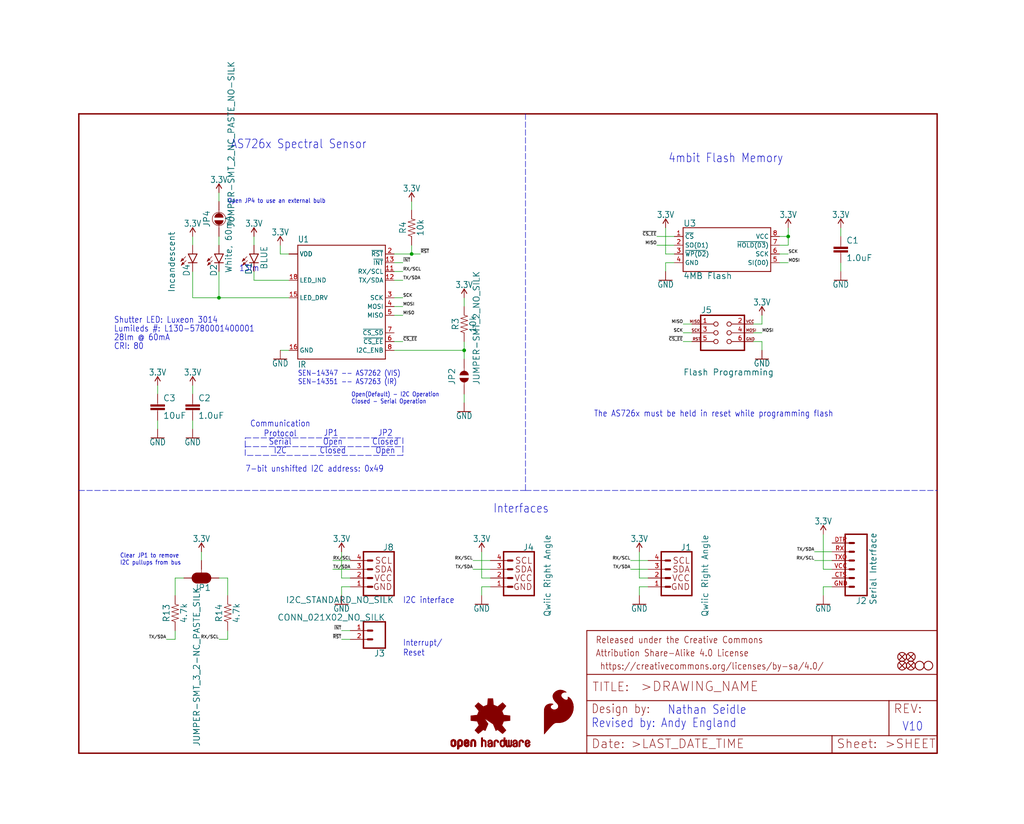
<source format=kicad_sch>
(kicad_sch (version 20211123) (generator eeschema)
  (paper "User" 297.002 239.014)
  (lib_symbols
    (symbol "eagleSchem-eagle-import:1.0UF-0603-16V-10%"
      (property "Reference" "C" (at 1.524 2.921 0))
      (property "Value" "1.0UF-0603-16V-10%" (at 1.524 -2.159 0))
      (symbol "1.0UF-0603-16V-10%_1_0"
        (pin passive line (at 0 5.08 270) (length 2.54) (name "1") (number "1"))
        (pin passive line (at 0 -2.54 90) (length 2.54) (name "2") (number "2"))
      )
    )
    (symbol "eagleSchem-eagle-import:10KOHM-0603-1{slash}10W-1%"
      (property "Reference" "R" (at 0 1.524 0))
      (property "Value" "10KOHM-0603-1{slash}10W-1%" (at 0 -1.524 0))
      (symbol "10KOHM-0603-1{slash}10W-1%_1_0"
        (pin passive line (at -5.08 0 0) (length 2.54) (name "1") (number "1"))
        (pin passive line (at 5.08 0 180) (length 2.54) (name "2") (number "2"))
      )
    )
    (symbol "eagleSchem-eagle-import:10UF-0603-6.3V-20%"
      (property "Reference" "C" (at 1.524 2.921 0))
      (property "Value" "10UF-0603-6.3V-20%" (at 1.524 -2.159 0))
      (symbol "10UF-0603-6.3V-20%_1_0"
        (pin passive line (at 0 5.08 270) (length 2.54) (name "1") (number "1"))
        (pin passive line (at 0 -2.54 90) (length 2.54) (name "2") (number "2"))
      )
    )
    (symbol "eagleSchem-eagle-import:3.3V" (power)
      (property "Value" "3.3V" (at 0 2.794 0))
      (symbol "3.3V_1_0"
        (pin power_in line (at 0 0 90) (length 2.54) (name "3.3V") (number "1"))
      )
    )
    (symbol "eagleSchem-eagle-import:4.7KOHM-0603-1{slash}10W-1%"
      (property "Reference" "R" (at 0 1.524 0))
      (property "Value" "4.7KOHM-0603-1{slash}10W-1%" (at 0 -1.524 0))
      (symbol "4.7KOHM-0603-1{slash}10W-1%_1_0"
        (pin passive line (at -5.08 0 0) (length 2.54) (name "1") (number "1"))
        (pin passive line (at 5.08 0 180) (length 2.54) (name "2") (number "2"))
      )
    )
    (symbol "eagleSchem-eagle-import:6_PIN_SERIAL_CABLEPTH"
      (property "Reference" "J" (at -5.08 10.668 0))
      (property "Value" "6_PIN_SERIAL_CABLEPTH" (at -5.08 -9.906 0))
      (symbol "6_PIN_SERIAL_CABLEPTH_1_0"
        (pin passive line (at 5.08 5.08 180) (length 5.08) (name "5") (number "CTS"))
        (pin passive line (at 5.08 -5.08 180) (length 5.08) (name "1") (number "DTR"))
        (pin passive line (at 5.08 7.62 180) (length 5.08) (name "6") (number "GND"))
        (pin passive line (at 5.08 -2.54 180) (length 5.08) (name "2") (number "RXI"))
        (pin passive line (at 5.08 0 180) (length 5.08) (name "3") (number "TXO"))
        (pin passive line (at 5.08 2.54 180) (length 5.08) (name "4") (number "VCC"))
      )
    )
    (symbol "eagleSchem-eagle-import:AS726XIR"
      (property "Reference" "U" (at -12.7 18.542 0))
      (property "Value" "AS726XIR" (at -12.7 -17.78 0))
      (symbol "AS726XIR_1_0"
        (pin bidirectional line (at 15.24 10.16 180) (length 2.54) (name "RX/SCL") (number "11"))
        (pin bidirectional line (at 15.24 7.62 180) (length 2.54) (name "TX/SDA") (number "12"))
        (pin bidirectional line (at 15.24 12.7 180) (length 2.54) (name "~{INT}") (number "13"))
        (pin bidirectional line (at -15.24 15.24 0) (length 2.54) (name "VDD") (number "14"))
        (pin bidirectional line (at -15.24 2.54 0) (length 2.54) (name "LED_DRV") (number "15"))
        (pin bidirectional line (at -15.24 -12.7 0) (length 2.54) (name "GND") (number "16"))
        (pin bidirectional line (at -15.24 15.24 0) (length 2.54) (name "VDD") (number "17"))
        (pin bidirectional line (at -15.24 7.62 0) (length 2.54) (name "LED_IND") (number "18"))
        (pin bidirectional line (at 15.24 15.24 180) (length 2.54) (name "~{RST}") (number "2"))
        (pin bidirectional line (at 15.24 2.54 180) (length 2.54) (name "SCK") (number "3"))
        (pin bidirectional line (at 15.24 0 180) (length 2.54) (name "MOSI") (number "4"))
        (pin bidirectional line (at 15.24 -2.54 180) (length 2.54) (name "MISO") (number "5"))
        (pin bidirectional line (at 15.24 -10.16 180) (length 2.54) (name "~{CS_EE}") (number "6"))
        (pin bidirectional line (at 15.24 -7.62 180) (length 2.54) (name "~{CS_SD}") (number "7"))
        (pin bidirectional line (at 15.24 -12.7 180) (length 2.54) (name "I2C_ENB") (number "8"))
      )
    )
    (symbol "eagleSchem-eagle-import:AT25SF041"
      (property "Reference" "U" (at -12.7 5.334 0))
      (property "Value" "AT25SF041" (at -12.7 -7.874 0))
      (symbol "AT25SF041_1_0"
        (pin bidirectional line (at -15.24 2.54 0) (length 2.54) (name "~{CS}") (number "1"))
        (pin bidirectional line (at -15.24 0 0) (length 2.54) (name "SO(D1)") (number "2"))
        (pin bidirectional line (at -15.24 -2.54 0) (length 2.54) (name "~{WP(D2})") (number "3"))
        (pin bidirectional line (at -15.24 -5.08 0) (length 2.54) (name "GND") (number "4"))
        (pin bidirectional line (at 15.24 -5.08 180) (length 2.54) (name "SI(D0)") (number "5"))
        (pin bidirectional line (at 15.24 -2.54 180) (length 2.54) (name "SCK") (number "6"))
        (pin bidirectional line (at 15.24 0 180) (length 2.54) (name "~{HOLD(D3})") (number "7"))
        (pin bidirectional line (at 15.24 2.54 180) (length 2.54) (name "VCC") (number "8"))
      )
    )
    (symbol "eagleSchem-eagle-import:AVR_SPI_PROG_3X2TESTPOINTS"
      (property "Reference" "J" (at -5.08 5.588 0))
      (property "Value" "AVR_SPI_PROG_3X2TESTPOINTS" (at -5.08 -7.366 0))
      (symbol "AVR_SPI_PROG_3X2TESTPOINTS_1_0"
        (text "GND" (at 8.001 -2.286 0) (effects (font (size 0.8128 0.8128)) (justify left bottom)))
        (text "MISO" (at -5.207 2.794 0) (effects (font (size 0.8128 0.8128)) (justify right bottom)))
        (text "MOSI" (at 8.001 0.254 0) (effects (font (size 0.8128 0.8128)) (justify left bottom)))
        (text "RST" (at -5.08 -2.286 0) (effects (font (size 0.8128 0.8128)) (justify right bottom)))
        (text "SCK" (at -5.207 0.254 0) (effects (font (size 0.8128 0.8128)) (justify right bottom)))
        (text "VCC" (at 8.001 2.794 0) (effects (font (size 0.8128 0.8128)) (justify left bottom)))
        (pin passive inverted (at -7.62 2.54 0) (length 7.62) (name "1") (number "1"))
        (pin passive inverted (at 10.16 2.54 180) (length 7.62) (name "2") (number "2"))
        (pin passive inverted (at -7.62 0 0) (length 7.62) (name "3") (number "3"))
        (pin passive inverted (at 10.16 0 180) (length 7.62) (name "4") (number "4"))
        (pin passive inverted (at -7.62 -2.54 0) (length 7.62) (name "5") (number "5"))
        (pin passive inverted (at 10.16 -2.54 180) (length 7.62) (name "6") (number "6"))
      )
    )
    (symbol "eagleSchem-eagle-import:CONN_021X02_NO_SILK"
      (property "Reference" "J" (at -2.54 5.588 0))
      (property "Value" "CONN_021X02_NO_SILK" (at -2.54 -4.826 0))
      (symbol "CONN_021X02_NO_SILK_1_0"
        (pin passive line (at 7.62 0 180) (length 5.08) (name "1") (number "1"))
        (pin passive line (at 7.62 2.54 180) (length 5.08) (name "2") (number "2"))
      )
    )
    (symbol "eagleSchem-eagle-import:FIDUCIAL1X2")
    (symbol "eagleSchem-eagle-import:FRAME-LETTER"
      (symbol "FRAME-LETTER_2_0"
        (text " https://creativecommons.org/licenses/by-sa/4.0/" (at 2.54 24.13 0) (effects (font (size 1.9304 1.6408)) (justify left bottom)))
        (text ">DRAWING_NAME" (at 15.494 17.78 0) (effects (font (size 2.7432 2.7432)) (justify left bottom)))
        (text ">LAST_DATE_TIME" (at 12.7 1.27 0) (effects (font (size 2.54 2.54)) (justify left bottom)))
        (text ">SHEET" (at 86.36 1.27 0) (effects (font (size 2.54 2.54)) (justify left bottom)))
        (text "Attribution Share-Alike 4.0 License" (at 2.54 27.94 0) (effects (font (size 1.9304 1.6408)) (justify left bottom)))
        (text "Date:" (at 1.27 1.27 0) (effects (font (size 2.54 2.54)) (justify left bottom)))
        (text "Design by:" (at 1.27 11.43 0) (effects (font (size 2.54 2.159)) (justify left bottom)))
        (text "Released under the Creative Commons" (at 2.54 31.75 0) (effects (font (size 1.9304 1.6408)) (justify left bottom)))
        (text "REV:" (at 88.9 11.43 0) (effects (font (size 2.54 2.54)) (justify left bottom)))
        (text "Sheet:" (at 72.39 1.27 0) (effects (font (size 2.54 2.54)) (justify left bottom)))
        (text "TITLE:" (at 1.524 17.78 0) (effects (font (size 2.54 2.54)) (justify left bottom)))
      )
    )
    (symbol "eagleSchem-eagle-import:GND" (power)
      (property "Value" "GND" (at 0 -0.254 0))
      (symbol "GND_1_0"
        (pin power_in line (at 0 2.54 270) (length 2.54) (name "GND") (number "1"))
      )
    )
    (symbol "eagleSchem-eagle-import:I2C_STANDARDQWIIC"
      (property "Reference" "J" (at -5.08 7.874 0))
      (property "Value" "I2C_STANDARDQWIIC" (at -5.08 -5.334 0))
      (symbol "I2C_STANDARDQWIIC_1_0"
        (text "GND" (at -4.572 -2.54 0) (effects (font (size 1.778 1.778)) (justify left)))
        (text "SCL" (at -4.572 5.08 0) (effects (font (size 1.778 1.778)) (justify left)))
        (text "SDA" (at -4.572 2.54 0) (effects (font (size 1.778 1.778)) (justify left)))
        (text "VCC" (at -4.572 0 0) (effects (font (size 1.778 1.778)) (justify left)))
        (pin power_in line (at 7.62 -2.54 180) (length 5.08) (name "1") (number "1"))
        (pin power_in line (at 7.62 0 180) (length 5.08) (name "2") (number "2"))
        (pin passive line (at 7.62 2.54 180) (length 5.08) (name "3") (number "3"))
        (pin passive line (at 7.62 5.08 180) (length 5.08) (name "4") (number "4"))
      )
    )
    (symbol "eagleSchem-eagle-import:I2C_STANDARD_NO_SILK"
      (property "Reference" "J" (at -5.08 7.874 0))
      (property "Value" "I2C_STANDARD_NO_SILK" (at -5.08 -5.334 0))
      (symbol "I2C_STANDARD_NO_SILK_1_0"
        (text "GND" (at -4.572 -2.54 0) (effects (font (size 1.778 1.778)) (justify left)))
        (text "SCL" (at -4.572 5.08 0) (effects (font (size 1.778 1.778)) (justify left)))
        (text "SDA" (at -4.572 2.54 0) (effects (font (size 1.778 1.778)) (justify left)))
        (text "VCC" (at -4.572 0 0) (effects (font (size 1.778 1.778)) (justify left)))
        (pin power_in line (at 7.62 -2.54 180) (length 5.08) (name "1") (number "1"))
        (pin power_in line (at 7.62 0 180) (length 5.08) (name "2") (number "2"))
        (pin passive line (at 7.62 2.54 180) (length 5.08) (name "3") (number "3"))
        (pin passive line (at 7.62 5.08 180) (length 5.08) (name "4") (number "4"))
      )
    )
    (symbol "eagleSchem-eagle-import:JUMPER-SMT_2_NC_PASTE_NO-SILK"
      (property "Reference" "JP" (at -2.54 2.54 0))
      (property "Value" "JUMPER-SMT_2_NC_PASTE_NO-SILK" (at -2.54 -2.54 0))
      (symbol "JUMPER-SMT_2_NC_PASTE_NO-SILK_1_0"
        (pin passive line (at -5.08 0 0) (length 2.54) (name "1") (number "1"))
        (pin passive line (at 5.08 0 180) (length 2.54) (name "2") (number "2"))
      )
    )
    (symbol "eagleSchem-eagle-import:JUMPER-SMT_2_NO_SILK"
      (property "Reference" "JP" (at -2.54 2.54 0))
      (property "Value" "JUMPER-SMT_2_NO_SILK" (at -2.54 -2.54 0))
      (symbol "JUMPER-SMT_2_NO_SILK_1_0"
        (pin passive line (at -5.08 0 0) (length 2.54) (name "1") (number "1"))
        (pin passive line (at 5.08 0 180) (length 2.54) (name "2") (number "2"))
      )
    )
    (symbol "eagleSchem-eagle-import:JUMPER-SMT_3_2-NC_PASTE_SILK"
      (property "Reference" "JP" (at 2.54 0.381 0))
      (property "Value" "JUMPER-SMT_3_2-NC_PASTE_SILK" (at 2.54 -0.381 0))
      (symbol "JUMPER-SMT_3_2-NC_PASTE_SILK_1_0"
        (pin passive line (at 0 5.08 270) (length 2.54) (name "1") (number "1"))
        (pin passive line (at -5.08 0 0) (length 2.54) (name "2") (number "2"))
        (pin passive line (at 0 -5.08 90) (length 2.54) (name "3") (number "3"))
      )
    )
    (symbol "eagleSchem-eagle-import:LED-BLUE0603"
      (property "Reference" "D" (at -3.429 -4.572 90))
      (property "Value" "LED-BLUE0603" (at 1.905 -4.572 90))
      (symbol "LED-BLUE0603_1_0"
        (pin passive line (at 0 2.54 270) (length 2.54) (name "A") (number "A"))
        (pin passive line (at 0 -5.08 90) (length 2.54) (name "C") (number "C"))
      )
    )
    (symbol "eagleSchem-eagle-import:LED-WHITE3014"
      (property "Reference" "D" (at -3.429 -4.572 90))
      (property "Value" "LED-WHITE3014" (at 1.905 -4.572 90))
      (symbol "LED-WHITE3014_1_0"
        (pin passive line (at 0 2.54 270) (length 2.54) (name "A") (number "A"))
        (pin passive line (at 0 -5.08 90) (length 2.54) (name "C") (number "C"))
      )
    )
    (symbol "eagleSchem-eagle-import:LEDNS"
      (property "Reference" "D" (at -3.429 -4.572 90))
      (property "Value" "LEDNS" (at 1.905 -4.572 90))
      (symbol "LEDNS_1_0"
        (pin passive line (at 0 2.54 270) (length 2.54) (name "A") (number "A"))
        (pin passive line (at 0 -5.08 90) (length 2.54) (name "C") (number "K"))
      )
    )
    (symbol "eagleSchem-eagle-import:OSHW-LOGOS")
    (symbol "eagleSchem-eagle-import:SFE_LOGO_FLAME.2_INCH")
    (symbol "eagleSchem-eagle-import:STAND-OFF")
  )
  (junction (at 63.5 86.36))
  (junction (at 134.62 101.6))
  (junction (at 119.38 73.66))
  (junction (at 228.6 68.58))
  (wire (pts (xy 195.58 73.66) (xy 193.04 73.66)))
  (wire (pts (xy 238.76 170.18) (xy 238.76 172.72)))
  (polyline (pts (xy 71.12 127) (xy 116.84 127)))
  (wire (pts (xy 134.62 101.6) (xy 134.62 104.14)))
  (wire (pts (xy 63.5 55.88) (xy 63.5 58.42)))
  (wire (pts (xy 101.6 167.64) (xy 99.06 167.64)))
  (polyline (pts (xy 116.84 129.54) (xy 116.84 132.08)))
  (wire (pts (xy 195.58 76.2) (xy 193.04 76.2)))
  (wire (pts (xy 55.88 86.36) (xy 63.5 86.36)))
  (wire (pts (xy 83.82 101.6) (xy 81.28 101.6)))
  (wire (pts (xy 226.06 71.12) (xy 228.6 71.12)))
  (wire (pts (xy 83.82 81.28) (xy 73.66 81.28)))
  (wire (pts (xy 243.84 66.04) (xy 243.84 68.58)))
  (wire (pts (xy 241.3 170.18) (xy 238.76 170.18)))
  (wire (pts (xy 241.3 165.1) (xy 238.76 165.1)))
  (wire (pts (xy 119.38 73.66) (xy 121.92 73.66)))
  (wire (pts (xy 50.8 167.64) (xy 53.34 167.64)))
  (wire (pts (xy 66.04 172.72) (xy 66.04 167.64)))
  (wire (pts (xy 134.62 116.84) (xy 134.62 114.3)))
  (wire (pts (xy 134.62 99.06) (xy 134.62 101.6)))
  (wire (pts (xy 187.96 170.18) (xy 185.42 170.18)))
  (wire (pts (xy 99.06 167.64) (xy 99.06 160.02)))
  (wire (pts (xy 226.06 76.2) (xy 228.6 76.2)))
  (wire (pts (xy 187.96 167.64) (xy 185.42 167.64)))
  (wire (pts (xy 139.7 170.18) (xy 139.7 172.72)))
  (wire (pts (xy 63.5 68.58) (xy 63.5 71.12)))
  (wire (pts (xy 241.3 160.02) (xy 236.22 160.02)))
  (wire (pts (xy 73.66 81.28) (xy 73.66 78.74)))
  (wire (pts (xy 101.6 165.1) (xy 96.52 165.1)))
  (polyline (pts (xy 71.12 129.54) (xy 116.84 129.54)))
  (wire (pts (xy 142.24 162.56) (xy 137.16 162.56)))
  (wire (pts (xy 83.82 86.36) (xy 63.5 86.36)))
  (wire (pts (xy 55.88 124.46) (xy 55.88 121.92)))
  (wire (pts (xy 55.88 78.74) (xy 55.88 86.36)))
  (wire (pts (xy 139.7 167.64) (xy 139.7 160.02)))
  (wire (pts (xy 228.6 68.58) (xy 228.6 66.04)))
  (wire (pts (xy 185.42 170.18) (xy 185.42 172.72)))
  (wire (pts (xy 187.96 165.1) (xy 182.88 165.1)))
  (wire (pts (xy 241.3 162.56) (xy 236.22 162.56)))
  (wire (pts (xy 218.44 96.52) (xy 220.98 96.52)))
  (wire (pts (xy 114.3 88.9) (xy 116.84 88.9)))
  (wire (pts (xy 218.44 99.06) (xy 220.98 99.06)))
  (wire (pts (xy 101.6 162.56) (xy 96.52 162.56)))
  (wire (pts (xy 114.3 91.44) (xy 116.84 91.44)))
  (wire (pts (xy 63.5 86.36) (xy 63.5 78.74)))
  (wire (pts (xy 55.88 68.58) (xy 55.88 71.12)))
  (wire (pts (xy 48.26 185.42) (xy 50.8 185.42)))
  (wire (pts (xy 134.62 86.36) (xy 134.62 88.9)))
  (wire (pts (xy 114.3 76.2) (xy 116.84 76.2)))
  (wire (pts (xy 83.82 73.66) (xy 81.28 73.66)))
  (wire (pts (xy 45.72 111.76) (xy 45.72 114.3)))
  (wire (pts (xy 142.24 165.1) (xy 137.16 165.1)))
  (wire (pts (xy 220.98 93.98) (xy 220.98 91.44)))
  (wire (pts (xy 226.06 68.58) (xy 228.6 68.58)))
  (wire (pts (xy 73.66 71.12) (xy 73.66 68.58)))
  (wire (pts (xy 142.24 167.64) (xy 139.7 167.64)))
  (wire (pts (xy 119.38 58.42) (xy 119.38 60.96)))
  (wire (pts (xy 114.3 101.6) (xy 134.62 101.6)))
  (wire (pts (xy 142.24 170.18) (xy 139.7 170.18)))
  (wire (pts (xy 101.6 170.18) (xy 99.06 170.18)))
  (wire (pts (xy 187.96 162.56) (xy 182.88 162.56)))
  (wire (pts (xy 66.04 167.64) (xy 63.5 167.64)))
  (wire (pts (xy 101.6 185.42) (xy 99.06 185.42)))
  (wire (pts (xy 243.84 78.74) (xy 243.84 76.2)))
  (polyline (pts (xy 71.12 129.54) (xy 71.12 127)))
  (wire (pts (xy 50.8 182.88) (xy 50.8 185.42)))
  (polyline (pts (xy 152.4 142.24) (xy 271.78 142.24)))
  (wire (pts (xy 220.98 99.06) (xy 220.98 101.6)))
  (wire (pts (xy 185.42 167.64) (xy 185.42 160.02)))
  (wire (pts (xy 50.8 172.72) (xy 50.8 167.64)))
  (wire (pts (xy 58.42 160.02) (xy 58.42 162.56)))
  (wire (pts (xy 193.04 76.2) (xy 193.04 78.74)))
  (wire (pts (xy 119.38 73.66) (xy 119.38 71.12)))
  (polyline (pts (xy 22.86 142.24) (xy 152.4 142.24)))
  (wire (pts (xy 114.3 73.66) (xy 119.38 73.66)))
  (wire (pts (xy 114.3 86.36) (xy 116.84 86.36)))
  (wire (pts (xy 114.3 81.28) (xy 116.84 81.28)))
  (wire (pts (xy 81.28 73.66) (xy 81.28 71.12)))
  (wire (pts (xy 193.04 73.66) (xy 193.04 66.04)))
  (wire (pts (xy 226.06 73.66) (xy 228.6 73.66)))
  (wire (pts (xy 114.3 78.74) (xy 116.84 78.74)))
  (wire (pts (xy 200.66 99.06) (xy 198.12 99.06)))
  (wire (pts (xy 200.66 96.52) (xy 198.12 96.52)))
  (wire (pts (xy 114.3 99.06) (xy 116.84 99.06)))
  (wire (pts (xy 66.04 182.88) (xy 66.04 185.42)))
  (polyline (pts (xy 71.12 132.08) (xy 71.12 129.54)))
  (wire (pts (xy 55.88 111.76) (xy 55.88 114.3)))
  (wire (pts (xy 195.58 71.12) (xy 190.5 71.12)))
  (wire (pts (xy 101.6 182.88) (xy 99.06 182.88)))
  (wire (pts (xy 99.06 170.18) (xy 99.06 172.72)))
  (wire (pts (xy 45.72 124.46) (xy 45.72 121.92)))
  (wire (pts (xy 228.6 71.12) (xy 228.6 68.58)))
  (wire (pts (xy 66.04 185.42) (xy 63.5 185.42)))
  (wire (pts (xy 238.76 165.1) (xy 238.76 154.94)))
  (wire (pts (xy 218.44 93.98) (xy 220.98 93.98)))
  (wire (pts (xy 200.66 93.98) (xy 198.12 93.98)))
  (polyline (pts (xy 116.84 127) (xy 116.84 129.54)))
  (wire (pts (xy 195.58 68.58) (xy 190.5 68.58)))
  (polyline (pts (xy 152.4 33.02) (xy 152.4 142.24)))
  (polyline (pts (xy 116.84 132.08) (xy 71.12 132.08)))
  (text "7-bit unshifted I2C address: 0x49" (at 71.12 137.16 180) (effects (font (size 1.778 1.5113)) (justify left bottom)))
  (text "SEN-14347 -- AS7262 (VIS)\nSEN-14351 -- AS7263 (IR)" (at 86.36 111.76 0) (effects (font (size 1.524 1.2954)) (justify left bottom)))
  (text "AS726x Spectral Sensor" (at 66.802 43.434 180) (effects (font (size 2.54 2.159)) (justify left bottom)))
  (text "Clear JP1 to remove\nI2C pullups from bus" (at 34.798 162.306 180) (effects (font (size 1.27 1.0795)) (justify left)))
  (text "Nathan Seidle" (at 193.548 205.994 180) (effects (font (size 2.54 2.159)) (justify left)))
  (text "Shutter LED: Luxeon 3014" (at 33.02 93.98 180) (effects (font (size 1.778 1.5113)) (justify left bottom)))
  (text "Lumileds #: L130-5780001400001" (at 33.02 96.52 180) (effects (font (size 1.778 1.5113)) (justify left bottom)))
  (text "Open" (at 111.76 130.81 180) (effects (font (size 1.778 1.5113))))
  (text "Interfaces" (at 143.002 149.098 180) (effects (font (size 2.54 2.159)) (justify left bottom)))
  (text "Serial" (at 81.28 128.27 180) (effects (font (size 1.778 1.5113))))
  (text "13lm" (at 69.342 78.994 180) (effects (font (size 1.778 1.5113)) (justify left bottom)))
  (text "I2C interface" (at 116.84 175.26 180) (effects (font (size 1.778 1.5113)) (justify left bottom)))
  (text "JP2" (at 111.76 125.73 180) (effects (font (size 1.778 1.5113))))
  (text "Closed" (at 96.52 130.81 180) (effects (font (size 1.778 1.5113))))
  (text "Closed" (at 111.76 128.27 180) (effects (font (size 1.778 1.5113))))
  (text "CRI: 80" (at 33.02 101.6 180) (effects (font (size 1.778 1.5113)) (justify left bottom)))
  (text "4mbit Flash Memory" (at 193.802 47.498 180) (effects (font (size 2.54 2.159)) (justify left bottom)))
  (text "28lm @ 60mA" (at 33.02 99.06 180) (effects (font (size 1.778 1.5113)) (justify left bottom)))
  (text "JP1" (at 96.012 125.73 180) (effects (font (size 1.778 1.5113))))
  (text "V10" (at 261.62 210.82 180) (effects (font (size 2.54 2.159)) (justify left)))
  (text "Open(Default) - I2C Operation\nClosed - Serial Operation" (at 101.854 115.57 0) (effects (font (size 1.27 1.0795)) (justify left)))
  (text "Open" (at 96.52 128.27 180) (effects (font (size 1.778 1.5113))))
  (text "Open JP4 to use an external bulb" (at 66.04 58.42 180) (effects (font (size 1.27 1.0795)) (justify left)))
  (text "I2C" (at 81.28 130.81 180) (effects (font (size 1.778 1.5113))))
  (text "Communication\nProtocol" (at 81.28 124.46 180) (effects (font (size 1.778 1.5113))))
  (text "The AS726x must be held in reset while programming flash" (at 172.212 121.158 0) (effects (font (size 1.778 1.5113)) (justify left bottom)))
  (text "Interrupt/\nReset" (at 116.84 190.5 180) (effects (font (size 1.778 1.5113)) (justify left bottom)))
  (text "Revised by: Andy England" (at 171.45 211.328 180) (effects (font (size 2.54 2.159)) (justify left bottom)))
  (label "MISO" (at 198.12 93.98 180) (effects (font (size 0.889 0.889))))
  (label "MISO" (at 116.84 91.44 0) (effects (font (size 0.889 0.889))))
  (label "~{CS_EE}" (at 190.5 68.58 180) (effects (font (size 0.889 0.889))))
  (label "RX/SCL" (at 182.88 162.56 180) (effects (font (size 0.889 0.889))))
  (label "TX/SDA" (at 236.22 160.02 180) (effects (font (size 0.889 0.889))))
  (label "MOSI" (at 116.84 88.9 0) (effects (font (size 0.889 0.889))))
  (label "~{RST}" (at 121.92 73.66 0) (effects (font (size 0.889 0.889))))
  (label "SCK" (at 116.84 86.36 0) (effects (font (size 0.889 0.889))))
  (label "TX/SDA" (at 182.88 165.1 180) (effects (font (size 0.889 0.889))))
  (label "MOSI" (at 228.6 76.2 0) (effects (font (size 0.889 0.889))))
  (label "RX/SCL" (at 63.5 185.42 180) (effects (font (size 0.889 0.889))))
  (label "~{RST}" (at 99.06 185.42 180) (effects (font (size 0.889 0.889))))
  (label "RX/SCL" (at 116.84 78.74 0) (effects (font (size 0.889 0.889))))
  (label "TX/SDA" (at 116.84 81.28 0) (effects (font (size 0.889 0.889))))
  (label "SCK" (at 228.6 73.66 0) (effects (font (size 0.889 0.889))))
  (label "MISO" (at 190.5 71.12 180) (effects (font (size 0.889 0.889))))
  (label "RX/SCL" (at 137.16 162.56 180) (effects (font (size 0.889 0.889))))
  (label "RX/SCL" (at 236.22 162.56 180) (effects (font (size 0.889 0.889))))
  (label "MOSI" (at 220.98 96.52 0) (effects (font (size 0.889 0.889))))
  (label "~{INT}" (at 99.06 182.88 180) (effects (font (size 0.889 0.889))))
  (label "~{INT}" (at 116.84 76.2 0) (effects (font (size 0.889 0.889))))
  (label "RX/SCL" (at 96.52 162.56 0) (effects (font (size 0.889 0.889))))
  (label "~{CS_EE}" (at 198.12 99.06 180) (effects (font (size 0.889 0.889))))
  (label "TX/SDA" (at 48.26 185.42 180) (effects (font (size 0.889 0.889))))
  (label "TX/SDA" (at 96.52 165.1 0) (effects (font (size 0.889 0.889))))
  (label "TX/SDA" (at 137.16 165.1 180) (effects (font (size 0.889 0.889))))
  (label "~{CS_EE}" (at 116.84 99.06 0) (effects (font (size 0.889 0.889))))
  (label "SCK" (at 198.12 96.52 180) (effects (font (size 0.889 0.889))))
  (symbol (lib_id "eagleSchem-eagle-import:3.3V") (at 119.38 58.42 0) (unit 1)
    (property "Reference" "#SUPPLY4" (effects hide))
    (property "Value" "3.3V" (at 119.38 55.626 0) (effects (font (size 1.778 1.5113)) (justify bottom)))
    (property "Footprint" "eagleSchem:" (effects hide))
  )
  (symbol (lib_id "eagleSchem-eagle-import:LED-WHITE3014") (at 63.5 73.66 0) (unit 1)
    (property "Reference" "D2" (at 62.992 80.264 90) (effects (font (size 1.778 1.778)) (justify left bottom)))
    (property "Value" "White, 60mA" (at 65.278 79.248 90) (effects (font (size 1.778 1.778)) (justify left top)))
    (property "Footprint" "eagleSchem:SUPER_BRIGHT_SMD_LED_3014" (effects hide))
  )
  (symbol (lib_id "eagleSchem-eagle-import:FIDUCIAL1X2") (at 261.62 190.5 0) (unit 1)
    (property "Reference" "FD2" (effects hide))
    (property "Value" "FIDUCIAL1X2" (effects hide))
    (property "Footprint" "eagleSchem:FIDUCIAL-1X2" (effects hide))
  )
  (symbol (lib_id "eagleSchem-eagle-import:AS726XIR") (at 99.06 88.9 0) (unit 1)
    (property "Reference" "U1" (at 86.36 70.358 0) (effects (font (size 1.778 1.5113)) (justify left bottom)))
    (property "Value" "IR" (at 86.36 106.68 0) (effects (font (size 1.778 1.5113)) (justify left bottom)))
    (property "Footprint" "eagleSchem:LGA20" (effects hide))
  )
  (symbol (lib_id "eagleSchem-eagle-import:3.3V") (at 228.6 66.04 0) (unit 1)
    (property "Reference" "#SUPPLY6" (effects hide))
    (property "Value" "3.3V" (at 228.6 63.246 0) (effects (font (size 1.778 1.5113)) (justify bottom)))
    (property "Footprint" "eagleSchem:" (effects hide))
  )
  (symbol (lib_id "eagleSchem-eagle-import:10UF-0603-6.3V-20%") (at 45.72 119.38 0) (unit 1)
    (property "Reference" "C3" (at 47.244 116.459 0) (effects (font (size 1.778 1.778)) (justify left bottom)))
    (property "Value" "10uF" (at 47.244 121.539 0) (effects (font (size 1.778 1.778)) (justify left bottom)))
    (property "Footprint" "eagleSchem:0603" (effects hide))
  )
  (symbol (lib_id "eagleSchem-eagle-import:GND") (at 185.42 175.26 0) (mirror y) (unit 1)
    (property "Reference" "#GND1" (effects hide))
    (property "Value" "GND" (at 185.42 175.514 0) (effects (font (size 1.778 1.5113)) (justify top)))
    (property "Footprint" "eagleSchem:" (effects hide))
  )
  (symbol (lib_id "eagleSchem-eagle-import:I2C_STANDARDQWIIC") (at 149.86 167.64 0) (mirror y) (unit 1)
    (property "Reference" "J4" (at 154.94 159.766 0) (effects (font (size 1.778 1.778)) (justify left bottom)))
    (property "Value" "Qwiic Right Angle" (at 157.734 154.94 90) (effects (font (size 1.778 1.778)) (justify right bottom)))
    (property "Footprint" "eagleSchem:1X04_1MM_RA" (effects hide))
  )
  (symbol (lib_id "eagleSchem-eagle-import:JUMPER-SMT_3_2-NC_PASTE_SILK") (at 58.42 167.64 270) (unit 1)
    (property "Reference" "JP1" (at 56.134 171.45 90) (effects (font (size 1.778 1.778)) (justify left bottom)))
    (property "Value" "JUMPER-SMT_3_2-NC_PASTE_SILK" (at 58.039 170.18 0) (effects (font (size 1.778 1.778)) (justify left top)))
    (property "Footprint" "eagleSchem:SMT-JUMPER_3_2-NC_PASTE_SILK" (effects hide))
  )
  (symbol (lib_id "eagleSchem-eagle-import:3.3V") (at 99.06 160.02 0) (mirror y) (unit 1)
    (property "Reference" "#SUPPLY21" (effects hide))
    (property "Value" "3.3V" (at 99.06 157.226 0) (effects (font (size 1.778 1.5113)) (justify bottom)))
    (property "Footprint" "eagleSchem:" (effects hide))
  )
  (symbol (lib_id "eagleSchem-eagle-import:3.3V") (at 73.66 68.58 0) (unit 1)
    (property "Reference" "#SUPPLY8" (effects hide))
    (property "Value" "3.3V" (at 73.66 65.786 0) (effects (font (size 1.778 1.5113)) (justify bottom)))
    (property "Footprint" "eagleSchem:" (effects hide))
  )
  (symbol (lib_id "eagleSchem-eagle-import:STAND-OFF") (at 269.24 193.04 0) (unit 1)
    (property "Reference" "H4" (effects hide))
    (property "Value" "STAND-OFF" (effects hide))
    (property "Footprint" "eagleSchem:STAND-OFF" (effects hide))
  )
  (symbol (lib_id "eagleSchem-eagle-import:FIDUCIAL1X2") (at 264.16 190.5 0) (unit 1)
    (property "Reference" "FD3" (effects hide))
    (property "Value" "FIDUCIAL1X2" (effects hide))
    (property "Footprint" "eagleSchem:FIDUCIAL-1X2" (effects hide))
  )
  (symbol (lib_id "eagleSchem-eagle-import:3.3V") (at 81.28 71.12 0) (unit 1)
    (property "Reference" "#SUPPLY1" (effects hide))
    (property "Value" "3.3V" (at 81.28 68.326 0) (effects (font (size 1.778 1.5113)) (justify bottom)))
    (property "Footprint" "eagleSchem:" (effects hide))
  )
  (symbol (lib_id "eagleSchem-eagle-import:GND") (at 220.98 104.14 0) (unit 1)
    (property "Reference" "#GND10" (effects hide))
    (property "Value" "GND" (at 220.98 104.394 0) (effects (font (size 1.778 1.5113)) (justify top)))
    (property "Footprint" "eagleSchem:" (effects hide))
  )
  (symbol (lib_id "eagleSchem-eagle-import:10KOHM-0603-1{slash}10W-1%") (at 119.38 66.04 90) (unit 1)
    (property "Reference" "R4" (at 117.856 66.04 0) (effects (font (size 1.778 1.778)) (justify bottom)))
    (property "Value" "10k" (at 120.904 66.04 0) (effects (font (size 1.778 1.778)) (justify top)))
    (property "Footprint" "eagleSchem:0603" (effects hide))
  )
  (symbol (lib_id "eagleSchem-eagle-import:4.7KOHM-0603-1{slash}10W-1%") (at 50.8 177.8 90) (unit 1)
    (property "Reference" "R13" (at 49.276 177.8 0) (effects (font (size 1.778 1.778)) (justify bottom)))
    (property "Value" "4.7k" (at 52.324 177.8 0) (effects (font (size 1.778 1.778)) (justify top)))
    (property "Footprint" "eagleSchem:0603" (effects hide))
  )
  (symbol (lib_id "eagleSchem-eagle-import:3.3V") (at 58.42 160.02 0) (unit 1)
    (property "Reference" "#SUPPLY18" (effects hide))
    (property "Value" "3.3V" (at 58.42 157.226 0) (effects (font (size 1.778 1.5113)) (justify bottom)))
    (property "Footprint" "eagleSchem:" (effects hide))
  )
  (symbol (lib_id "eagleSchem-eagle-import:3.3V") (at 193.04 66.04 0) (unit 1)
    (property "Reference" "#SUPPLY7" (effects hide))
    (property "Value" "3.3V" (at 193.04 63.246 0) (effects (font (size 1.778 1.5113)) (justify bottom)))
    (property "Footprint" "eagleSchem:" (effects hide))
  )
  (symbol (lib_id "eagleSchem-eagle-import:3.3V") (at 134.62 86.36 0) (unit 1)
    (property "Reference" "#SUPPLY11" (effects hide))
    (property "Value" "3.3V" (at 134.62 83.566 0) (effects (font (size 1.778 1.5113)) (justify bottom)))
    (property "Footprint" "eagleSchem:" (effects hide))
  )
  (symbol (lib_id "eagleSchem-eagle-import:LEDNS") (at 55.88 73.66 0) (unit 1)
    (property "Reference" "D4" (at 55.118 80.264 90) (effects (font (size 1.778 1.778)) (justify left bottom)))
    (property "Value" "Incandescent" (at 48.768 84.836 90) (effects (font (size 1.778 1.778)) (justify left top)))
    (property "Footprint" "eagleSchem:LED_5MM_NOSILK" (effects hide))
  )
  (symbol (lib_id "eagleSchem-eagle-import:GND") (at 55.88 127 0) (unit 1)
    (property "Reference" "#GND6" (effects hide))
    (property "Value" "GND" (at 55.88 127.254 0) (effects (font (size 1.778 1.5113)) (justify top)))
    (property "Footprint" "eagleSchem:" (effects hide))
  )
  (symbol (lib_id "eagleSchem-eagle-import:GND") (at 81.28 104.14 0) (unit 1)
    (property "Reference" "#GND2" (effects hide))
    (property "Value" "GND" (at 81.28 104.394 0) (effects (font (size 1.778 1.5113)) (justify top)))
    (property "Footprint" "eagleSchem:" (effects hide))
  )
  (symbol (lib_id "eagleSchem-eagle-import:GND") (at 238.76 175.26 0) (mirror y) (unit 1)
    (property "Reference" "#GND3" (effects hide))
    (property "Value" "GND" (at 238.76 175.514 0) (effects (font (size 1.778 1.5113)) (justify top)))
    (property "Footprint" "eagleSchem:" (effects hide))
  )
  (symbol (lib_id "eagleSchem-eagle-import:AT25SF041") (at 210.82 71.12 0) (unit 1)
    (property "Reference" "U3" (at 198.12 65.786 0) (effects (font (size 1.778 1.778)) (justify left bottom)))
    (property "Value" "4MB Flash" (at 198.12 78.994 0) (effects (font (size 1.778 1.778)) (justify left top)))
    (property "Footprint" "eagleSchem:SO08" (effects hide))
  )
  (symbol (lib_id "eagleSchem-eagle-import:OSHW-LOGOS") (at 142.24 208.28 0) (unit 1)
    (property "Reference" "LOGO4" (effects hide))
    (property "Value" "OSHW-LOGOS" (effects hide))
    (property "Footprint" "eagleSchem:OSHW-LOGO-S" (effects hide))
  )
  (symbol (lib_id "eagleSchem-eagle-import:GND") (at 193.04 81.28 0) (unit 1)
    (property "Reference" "#GND5" (effects hide))
    (property "Value" "GND" (at 193.04 81.534 0) (effects (font (size 1.778 1.5113)) (justify top)))
    (property "Footprint" "eagleSchem:" (effects hide))
  )
  (symbol (lib_id "eagleSchem-eagle-import:I2C_STANDARDQWIIC") (at 195.58 167.64 0) (mirror y) (unit 1)
    (property "Reference" "J1" (at 200.66 159.766 0) (effects (font (size 1.778 1.778)) (justify left bottom)))
    (property "Value" "Qwiic Right Angle" (at 203.454 154.94 90) (effects (font (size 1.778 1.778)) (justify right bottom)))
    (property "Footprint" "eagleSchem:1X04_1MM_RA" (effects hide))
  )
  (symbol (lib_id "eagleSchem-eagle-import:3.3V") (at 238.76 154.94 0) (mirror y) (unit 1)
    (property "Reference" "#SUPPLY3" (effects hide))
    (property "Value" "3.3V" (at 238.76 152.146 0) (effects (font (size 1.778 1.5113)) (justify bottom)))
    (property "Footprint" "eagleSchem:" (effects hide))
  )
  (symbol (lib_id "eagleSchem-eagle-import:4.7KOHM-0603-1{slash}10W-1%") (at 66.04 177.8 90) (unit 1)
    (property "Reference" "R14" (at 64.516 177.8 0) (effects (font (size 1.778 1.778)) (justify bottom)))
    (property "Value" "4.7k" (at 67.564 177.8 0) (effects (font (size 1.778 1.778)) (justify top)))
    (property "Footprint" "eagleSchem:0603" (effects hide))
  )
  (symbol (lib_id "eagleSchem-eagle-import:SFE_LOGO_FLAME.2_INCH") (at 157.48 213.36 0) (unit 1)
    (property "Reference" "LOGO1" (effects hide))
    (property "Value" "SFE_LOGO_FLAME.2_INCH" (effects hide))
    (property "Footprint" "eagleSchem:SFE_LOGO_FLAME_.2" (effects hide))
  )
  (symbol (lib_id "eagleSchem-eagle-import:AVR_SPI_PROG_3X2TESTPOINTS") (at 208.28 96.52 0) (unit 1)
    (property "Reference" "J5" (at 203.2 90.932 0) (effects (font (size 1.778 1.778)) (justify left bottom)))
    (property "Value" "Flash Programming" (at 198.12 108.966 0) (effects (font (size 1.778 1.778)) (justify left bottom)))
    (property "Footprint" "eagleSchem:2X3_TEST_POINTS" (effects hide))
  )
  (symbol (lib_id "eagleSchem-eagle-import:1.0UF-0603-16V-10%") (at 243.84 73.66 0) (unit 1)
    (property "Reference" "C1" (at 245.364 70.739 0) (effects (font (size 1.778 1.778)) (justify left bottom)))
    (property "Value" "1.0uF" (at 245.364 75.819 0) (effects (font (size 1.778 1.778)) (justify left bottom)))
    (property "Footprint" "eagleSchem:0603" (effects hide))
  )
  (symbol (lib_id "eagleSchem-eagle-import:3.3V") (at 139.7 160.02 0) (mirror y) (unit 1)
    (property "Reference" "#SUPPLY13" (effects hide))
    (property "Value" "3.3V" (at 139.7 157.226 0) (effects (font (size 1.778 1.5113)) (justify bottom)))
    (property "Footprint" "eagleSchem:" (effects hide))
  )
  (symbol (lib_id "eagleSchem-eagle-import:SFE_LOGO_FLAME.2_INCH") (at 157.48 213.36 0) (unit 1)
    (property "Reference" "LOGO2" (effects hide))
    (property "Value" "SFE_LOGO_FLAME.2_INCH" (effects hide))
    (property "Footprint" "eagleSchem:SFE_LOGO_FLAME_.2" (effects hide))
  )
  (symbol (lib_id "eagleSchem-eagle-import:GND") (at 139.7 175.26 0) (mirror y) (unit 1)
    (property "Reference" "#GND8" (effects hide))
    (property "Value" "GND" (at 139.7 175.514 0) (effects (font (size 1.778 1.5113)) (justify top)))
    (property "Footprint" "eagleSchem:" (effects hide))
  )
  (symbol (lib_id "eagleSchem-eagle-import:GND") (at 99.06 175.26 0) (mirror y) (unit 1)
    (property "Reference" "#GND18" (effects hide))
    (property "Value" "GND" (at 99.06 175.514 0) (effects (font (size 1.778 1.5113)) (justify top)))
    (property "Footprint" "eagleSchem:" (effects hide))
  )
  (symbol (lib_id "eagleSchem-eagle-import:10KOHM-0603-1{slash}10W-1%") (at 134.62 93.98 90) (unit 1)
    (property "Reference" "R3" (at 133.096 93.98 0) (effects (font (size 1.778 1.778)) (justify bottom)))
    (property "Value" "10k" (at 136.144 93.98 0) (effects (font (size 1.778 1.778)) (justify top)))
    (property "Footprint" "eagleSchem:0603" (effects hide))
  )
  (symbol (lib_id "eagleSchem-eagle-import:3.3V") (at 220.98 91.44 0) (unit 1)
    (property "Reference" "#SUPPLY14" (effects hide))
    (property "Value" "3.3V" (at 220.98 88.646 0) (effects (font (size 1.778 1.5113)) (justify bottom)))
    (property "Footprint" "eagleSchem:" (effects hide))
  )
  (symbol (lib_id "eagleSchem-eagle-import:3.3V") (at 55.88 68.58 0) (unit 1)
    (property "Reference" "#SUPPLY15" (effects hide))
    (property "Value" "3.3V" (at 55.88 65.786 0) (effects (font (size 1.778 1.5113)) (justify bottom)))
    (property "Footprint" "eagleSchem:" (effects hide))
  )
  (symbol (lib_id "eagleSchem-eagle-import:3.3V") (at 45.72 111.76 0) (unit 1)
    (property "Reference" "#SUPPLY10" (effects hide))
    (property "Value" "3.3V" (at 45.72 108.966 0) (effects (font (size 1.778 1.5113)) (justify bottom)))
    (property "Footprint" "eagleSchem:" (effects hide))
  )
  (symbol (lib_id "eagleSchem-eagle-import:3.3V") (at 55.88 111.76 0) (unit 1)
    (property "Reference" "#SUPPLY9" (effects hide))
    (property "Value" "3.3V" (at 55.88 108.966 0) (effects (font (size 1.778 1.5113)) (justify bottom)))
    (property "Footprint" "eagleSchem:" (effects hide))
  )
  (symbol (lib_id "eagleSchem-eagle-import:GND") (at 45.72 127 0) (unit 1)
    (property "Reference" "#GND7" (effects hide))
    (property "Value" "GND" (at 45.72 127.254 0) (effects (font (size 1.778 1.5113)) (justify top)))
    (property "Footprint" "eagleSchem:" (effects hide))
  )
  (symbol (lib_id "eagleSchem-eagle-import:1.0UF-0603-16V-10%") (at 55.88 119.38 0) (unit 1)
    (property "Reference" "C2" (at 57.404 116.459 0) (effects (font (size 1.778 1.778)) (justify left bottom)))
    (property "Value" "1.0uF" (at 57.404 121.539 0) (effects (font (size 1.778 1.778)) (justify left bottom)))
    (property "Footprint" "eagleSchem:0603" (effects hide))
  )
  (symbol (lib_id "eagleSchem-eagle-import:JUMPER-SMT_2_NC_PASTE_NO-SILK") (at 63.5 63.5 90) (unit 1)
    (property "Reference" "JP4" (at 60.96 66.04 0) (effects (font (size 1.778 1.778)) (justify left bottom)))
    (property "Value" "JUMPER-SMT_2_NC_PASTE_NO-SILK" (at 66.04 66.04 0) (effects (font (size 1.778 1.778)) (justify left top)))
    (property "Footprint" "eagleSchem:SMT-JUMPER_2_NC_PASTE_NO-SILK" (effects hide))
  )
  (symbol (lib_id "eagleSchem-eagle-import:FRAME-LETTER") (at 170.18 218.44 0) (unit 2)
    (property "Reference" "FRAME1" (effects hide))
    (property "Value" "FRAME-LETTER" (effects hide))
    (property "Footprint" "eagleSchem:CREATIVE_COMMONS" (effects hide))
  )
  (symbol (lib_id "eagleSchem-eagle-import:JUMPER-SMT_2_NO_SILK") (at 134.62 109.22 90) (unit 1)
    (property "Reference" "JP2" (at 132.08 111.76 0) (effects (font (size 1.778 1.778)) (justify left bottom)))
    (property "Value" "JUMPER-SMT_2_NO_SILK" (at 137.16 111.76 0) (effects (font (size 1.778 1.778)) (justify left top)))
    (property "Footprint" "eagleSchem:SMT-JUMPER_2_NO_SILK" (effects hide))
  )
  (symbol (lib_id "eagleSchem-eagle-import:3.3V") (at 185.42 160.02 0) (mirror y) (unit 1)
    (property "Reference" "#SUPPLY2" (effects hide))
    (property "Value" "3.3V" (at 185.42 157.226 0) (effects (font (size 1.778 1.5113)) (justify bottom)))
    (property "Footprint" "eagleSchem:" (effects hide))
  )
  (symbol (lib_id "eagleSchem-eagle-import:GND") (at 134.62 119.38 0) (unit 1)
    (property "Reference" "#GND9" (effects hide))
    (property "Value" "GND" (at 134.62 119.634 0) (effects (font (size 1.778 1.5113)) (justify top)))
    (property "Footprint" "eagleSchem:" (effects hide))
  )
  (symbol (lib_id "eagleSchem-eagle-import:I2C_STANDARD_NO_SILK") (at 109.22 167.64 0) (mirror y) (unit 1)
    (property "Reference" "J8" (at 114.3 159.766 0) (effects (font (size 1.778 1.778)) (justify left bottom)))
    (property "Value" "I2C_STANDARD_NO_SILK" (at 114.3 172.974 0) (effects (font (size 1.778 1.778)) (justify left top)))
    (property "Footprint" "eagleSchem:1X04_NO_SILK" (effects hide))
  )
  (symbol (lib_id "eagleSchem-eagle-import:3.3V") (at 243.84 66.04 0) (unit 1)
    (property "Reference" "#SUPPLY5" (effects hide))
    (property "Value" "3.3V" (at 243.84 63.246 0) (effects (font (size 1.778 1.5113)) (justify bottom)))
    (property "Footprint" "eagleSchem:" (effects hide))
  )
  (symbol (lib_id "eagleSchem-eagle-import:GND") (at 243.84 81.28 0) (unit 1)
    (property "Reference" "#GND4" (effects hide))
    (property "Value" "GND" (at 243.84 81.534 0) (effects (font (size 1.778 1.5113)) (justify top)))
    (property "Footprint" "eagleSchem:" (effects hide))
  )
  (symbol (lib_id "eagleSchem-eagle-import:CONN_021X02_NO_SILK") (at 109.22 182.88 180) (unit 1)
    (property "Reference" "J3" (at 111.76 188.468 0) (effects (font (size 1.778 1.778)) (justify left bottom)))
    (property "Value" "CONN_021X02_NO_SILK" (at 111.76 178.054 0) (effects (font (size 1.778 1.778)) (justify left bottom)))
    (property "Footprint" "eagleSchem:1X02_NO_SILK" (effects hide))
  )
  (symbol (lib_id "eagleSchem-eagle-import:LED-BLUE0603") (at 73.66 73.66 0) (unit 1)
    (property "Reference" "D1" (at 73.152 79.756 90) (effects (font (size 1.778 1.778)) (justify left bottom)))
    (property "Value" "BLUE" (at 75.565 78.232 90) (effects (font (size 1.778 1.778)) (justify left top)))
    (property "Footprint" "eagleSchem:LED-0603" (effects hide))
  )
  (symbol (lib_id "eagleSchem-eagle-import:FIDUCIAL1X2") (at 261.62 193.04 0) (unit 1)
    (property "Reference" "FD1" (effects hide))
    (property "Value" "FIDUCIAL1X2" (effects hide))
    (property "Footprint" "eagleSchem:FIDUCIAL-1X2" (effects hide))
  )
  (symbol (lib_id "eagleSchem-eagle-import:6_PIN_SERIAL_CABLEPTH") (at 246.38 162.56 180) (unit 1)
    (property "Reference" "J2" (at 251.46 173.228 0) (effects (font (size 1.778 1.778)) (justify left bottom)))
    (property "Value" "Serial Interface" (at 254.254 175.514 90) (effects (font (size 1.778 1.778)) (justify right top)))
    (property "Footprint" "eagleSchem:FTDI_BASIC" (effects hide))
  )
  (symbol (lib_id "eagleSchem-eagle-import:FRAME-LETTER") (at 22.86 218.44 0) (unit 1)
    (property "Reference" "FRAME1" (effects hide))
    (property "Value" "FRAME-LETTER" (effects hide))
    (property "Footprint" "eagleSchem:CREATIVE_COMMONS" (effects hide))
  )
  (symbol (lib_id "eagleSchem-eagle-import:3.3V") (at 63.5 55.88 0) (unit 1)
    (property "Reference" "#SUPPLY12" (effects hide))
    (property "Value" "3.3V" (at 63.5 53.086 0) (effects (font (size 1.778 1.5113)) (justify bottom)))
    (property "Footprint" "eagleSchem:" (effects hide))
  )
  (symbol (lib_id "eagleSchem-eagle-import:STAND-OFF") (at 266.7 193.04 0) (unit 1)
    (property "Reference" "H2" (effects hide))
    (property "Value" "STAND-OFF" (effects hide))
    (property "Footprint" "eagleSchem:STAND-OFF" (effects hide))
  )
  (symbol (lib_id "eagleSchem-eagle-import:FIDUCIAL1X2") (at 264.16 193.04 0) (unit 1)
    (property "Reference" "FD4" (effects hide))
    (property "Value" "FIDUCIAL1X2" (effects hide))
    (property "Footprint" "eagleSchem:FIDUCIAL-1X2" (effects hide))
  )
)
</source>
